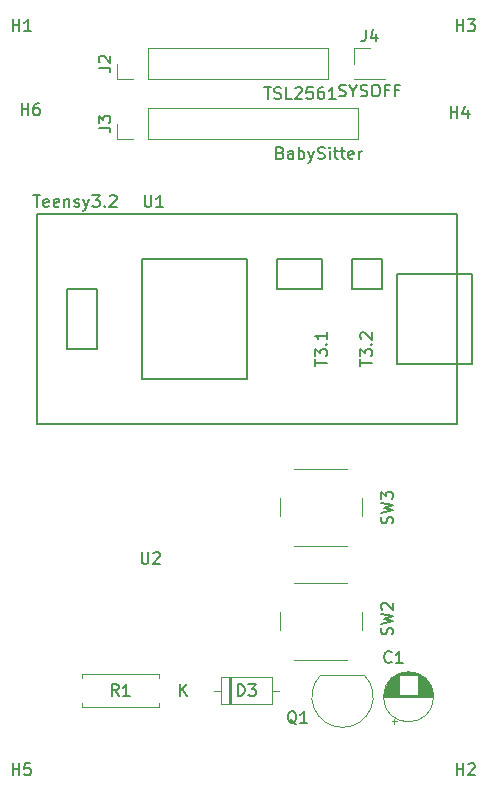
<source format=gbr>
G04 #@! TF.GenerationSoftware,KiCad,Pcbnew,5.0.2-bee76a0~70~ubuntu18.04.1*
G04 #@! TF.CreationDate,2019-01-08T11:52:29+01:00*
G04 #@! TF.ProjectId,lightmeter,6c696768-746d-4657-9465-722e6b696361,rev?*
G04 #@! TF.SameCoordinates,Original*
G04 #@! TF.FileFunction,Legend,Top*
G04 #@! TF.FilePolarity,Positive*
%FSLAX46Y46*%
G04 Gerber Fmt 4.6, Leading zero omitted, Abs format (unit mm)*
G04 Created by KiCad (PCBNEW 5.0.2-bee76a0~70~ubuntu18.04.1) date mar. 08 janv. 2019 11:52:29 CET*
%MOMM*%
%LPD*%
G01*
G04 APERTURE LIST*
%ADD10C,0.120000*%
%ADD11C,0.150000*%
G04 APERTURE END LIST*
D10*
G04 #@! TO.C,C1*
X65620000Y-69104000D02*
G75*
G03X65620000Y-69104000I-2120000J0D01*
G01*
X61420000Y-69104000D02*
X65580000Y-69104000D01*
X61420000Y-69064000D02*
X65580000Y-69064000D01*
X61421000Y-69024000D02*
X65579000Y-69024000D01*
X61423000Y-68984000D02*
X65577000Y-68984000D01*
X61426000Y-68944000D02*
X65574000Y-68944000D01*
X61429000Y-68904000D02*
X62660000Y-68904000D01*
X64340000Y-68904000D02*
X65571000Y-68904000D01*
X61433000Y-68864000D02*
X62660000Y-68864000D01*
X64340000Y-68864000D02*
X65567000Y-68864000D01*
X61438000Y-68824000D02*
X62660000Y-68824000D01*
X64340000Y-68824000D02*
X65562000Y-68824000D01*
X61444000Y-68784000D02*
X62660000Y-68784000D01*
X64340000Y-68784000D02*
X65556000Y-68784000D01*
X61450000Y-68744000D02*
X62660000Y-68744000D01*
X64340000Y-68744000D02*
X65550000Y-68744000D01*
X61458000Y-68704000D02*
X62660000Y-68704000D01*
X64340000Y-68704000D02*
X65542000Y-68704000D01*
X61466000Y-68664000D02*
X62660000Y-68664000D01*
X64340000Y-68664000D02*
X65534000Y-68664000D01*
X61475000Y-68624000D02*
X62660000Y-68624000D01*
X64340000Y-68624000D02*
X65525000Y-68624000D01*
X61484000Y-68584000D02*
X62660000Y-68584000D01*
X64340000Y-68584000D02*
X65516000Y-68584000D01*
X61495000Y-68544000D02*
X62660000Y-68544000D01*
X64340000Y-68544000D02*
X65505000Y-68544000D01*
X61506000Y-68504000D02*
X62660000Y-68504000D01*
X64340000Y-68504000D02*
X65494000Y-68504000D01*
X61518000Y-68464000D02*
X62660000Y-68464000D01*
X64340000Y-68464000D02*
X65482000Y-68464000D01*
X61532000Y-68424000D02*
X62660000Y-68424000D01*
X64340000Y-68424000D02*
X65468000Y-68424000D01*
X61546000Y-68383000D02*
X62660000Y-68383000D01*
X64340000Y-68383000D02*
X65454000Y-68383000D01*
X61560000Y-68343000D02*
X62660000Y-68343000D01*
X64340000Y-68343000D02*
X65440000Y-68343000D01*
X61576000Y-68303000D02*
X62660000Y-68303000D01*
X64340000Y-68303000D02*
X65424000Y-68303000D01*
X61593000Y-68263000D02*
X62660000Y-68263000D01*
X64340000Y-68263000D02*
X65407000Y-68263000D01*
X61611000Y-68223000D02*
X62660000Y-68223000D01*
X64340000Y-68223000D02*
X65389000Y-68223000D01*
X61630000Y-68183000D02*
X62660000Y-68183000D01*
X64340000Y-68183000D02*
X65370000Y-68183000D01*
X61649000Y-68143000D02*
X62660000Y-68143000D01*
X64340000Y-68143000D02*
X65351000Y-68143000D01*
X61670000Y-68103000D02*
X62660000Y-68103000D01*
X64340000Y-68103000D02*
X65330000Y-68103000D01*
X61692000Y-68063000D02*
X62660000Y-68063000D01*
X64340000Y-68063000D02*
X65308000Y-68063000D01*
X61715000Y-68023000D02*
X62660000Y-68023000D01*
X64340000Y-68023000D02*
X65285000Y-68023000D01*
X61740000Y-67983000D02*
X62660000Y-67983000D01*
X64340000Y-67983000D02*
X65260000Y-67983000D01*
X61765000Y-67943000D02*
X62660000Y-67943000D01*
X64340000Y-67943000D02*
X65235000Y-67943000D01*
X61792000Y-67903000D02*
X62660000Y-67903000D01*
X64340000Y-67903000D02*
X65208000Y-67903000D01*
X61820000Y-67863000D02*
X62660000Y-67863000D01*
X64340000Y-67863000D02*
X65180000Y-67863000D01*
X61850000Y-67823000D02*
X62660000Y-67823000D01*
X64340000Y-67823000D02*
X65150000Y-67823000D01*
X61881000Y-67783000D02*
X62660000Y-67783000D01*
X64340000Y-67783000D02*
X65119000Y-67783000D01*
X61913000Y-67743000D02*
X62660000Y-67743000D01*
X64340000Y-67743000D02*
X65087000Y-67743000D01*
X61948000Y-67703000D02*
X62660000Y-67703000D01*
X64340000Y-67703000D02*
X65052000Y-67703000D01*
X61984000Y-67663000D02*
X62660000Y-67663000D01*
X64340000Y-67663000D02*
X65016000Y-67663000D01*
X62022000Y-67623000D02*
X62660000Y-67623000D01*
X64340000Y-67623000D02*
X64978000Y-67623000D01*
X62062000Y-67583000D02*
X62660000Y-67583000D01*
X64340000Y-67583000D02*
X64938000Y-67583000D01*
X62104000Y-67543000D02*
X62660000Y-67543000D01*
X64340000Y-67543000D02*
X64896000Y-67543000D01*
X62149000Y-67503000D02*
X62660000Y-67503000D01*
X64340000Y-67503000D02*
X64851000Y-67503000D01*
X62196000Y-67463000D02*
X62660000Y-67463000D01*
X64340000Y-67463000D02*
X64804000Y-67463000D01*
X62246000Y-67423000D02*
X62660000Y-67423000D01*
X64340000Y-67423000D02*
X64754000Y-67423000D01*
X62300000Y-67383000D02*
X62660000Y-67383000D01*
X64340000Y-67383000D02*
X64700000Y-67383000D01*
X62358000Y-67343000D02*
X62660000Y-67343000D01*
X64340000Y-67343000D02*
X64642000Y-67343000D01*
X62420000Y-67303000D02*
X62660000Y-67303000D01*
X64340000Y-67303000D02*
X64580000Y-67303000D01*
X62487000Y-67263000D02*
X64513000Y-67263000D01*
X62560000Y-67223000D02*
X64440000Y-67223000D01*
X62641000Y-67183000D02*
X64359000Y-67183000D01*
X62732000Y-67143000D02*
X64268000Y-67143000D01*
X62836000Y-67103000D02*
X64164000Y-67103000D01*
X62963000Y-67063000D02*
X64037000Y-67063000D01*
X63130000Y-67023000D02*
X63870000Y-67023000D01*
X62305000Y-71373801D02*
X62305000Y-70973801D01*
X62105000Y-71173801D02*
X62505000Y-71173801D01*
G04 #@! TO.C,D3*
X47664000Y-67460000D02*
X47664000Y-69700000D01*
X47664000Y-69700000D02*
X51904000Y-69700000D01*
X51904000Y-69700000D02*
X51904000Y-67460000D01*
X51904000Y-67460000D02*
X47664000Y-67460000D01*
X47014000Y-68580000D02*
X47664000Y-68580000D01*
X52554000Y-68580000D02*
X51904000Y-68580000D01*
X48384000Y-67460000D02*
X48384000Y-69700000D01*
X48504000Y-67460000D02*
X48504000Y-69700000D01*
X48264000Y-67460000D02*
X48264000Y-69700000D01*
G04 #@! TO.C,J2*
X56702000Y-16824000D02*
X56702000Y-14164000D01*
X41402000Y-16824000D02*
X56702000Y-16824000D01*
X41402000Y-14164000D02*
X56702000Y-14164000D01*
X41402000Y-16824000D02*
X41402000Y-14164000D01*
X40132000Y-16824000D02*
X38802000Y-16824000D01*
X38802000Y-16824000D02*
X38802000Y-15494000D01*
G04 #@! TO.C,J3*
X59242000Y-21904000D02*
X59242000Y-19244000D01*
X41402000Y-21904000D02*
X59242000Y-21904000D01*
X41402000Y-19244000D02*
X59242000Y-19244000D01*
X41402000Y-21904000D02*
X41402000Y-19244000D01*
X40132000Y-21904000D02*
X38802000Y-21904000D01*
X38802000Y-21904000D02*
X38802000Y-20574000D01*
G04 #@! TO.C,J4*
X58868000Y-16824000D02*
X61528000Y-16824000D01*
X58868000Y-16764000D02*
X58868000Y-16824000D01*
X61528000Y-16764000D02*
X61528000Y-16824000D01*
X58868000Y-16764000D02*
X61528000Y-16764000D01*
X58868000Y-15494000D02*
X58868000Y-14164000D01*
X58868000Y-14164000D02*
X60198000Y-14164000D01*
G04 #@! TO.C,Q1*
X59712000Y-67238000D02*
X56112000Y-67238000D01*
X59750478Y-67249522D02*
G75*
G02X57912000Y-71688000I-1838478J-1838478D01*
G01*
X56073522Y-67249522D02*
G75*
G03X57912000Y-71688000I1838478J-1838478D01*
G01*
G04 #@! TO.C,R1*
X42386000Y-69620000D02*
X42386000Y-69950000D01*
X42386000Y-69950000D02*
X35846000Y-69950000D01*
X35846000Y-69950000D02*
X35846000Y-69620000D01*
X42386000Y-67540000D02*
X42386000Y-67210000D01*
X42386000Y-67210000D02*
X35846000Y-67210000D01*
X35846000Y-67210000D02*
X35846000Y-67540000D01*
G04 #@! TO.C,SW2*
X53832000Y-65952000D02*
X58332000Y-65952000D01*
X52582000Y-61952000D02*
X52582000Y-63452000D01*
X58332000Y-59452000D02*
X53832000Y-59452000D01*
X59582000Y-63452000D02*
X59582000Y-61952000D01*
G04 #@! TO.C,SW3*
X59582000Y-53800000D02*
X59582000Y-52300000D01*
X58332000Y-49800000D02*
X53832000Y-49800000D01*
X52582000Y-52300000D02*
X52582000Y-53800000D01*
X53832000Y-56300000D02*
X58332000Y-56300000D01*
D11*
G04 #@! TO.C,U1*
X67564000Y-33274000D02*
X68834000Y-33274000D01*
X68834000Y-33274000D02*
X68834000Y-40894000D01*
X68834000Y-40894000D02*
X67564000Y-40894000D01*
X56134000Y-32004000D02*
X52324000Y-32004000D01*
X52324000Y-32004000D02*
X52324000Y-34544000D01*
X52324000Y-34544000D02*
X56134000Y-34544000D01*
X56134000Y-34544000D02*
X56134000Y-32004000D01*
X62484000Y-33274000D02*
X62484000Y-40894000D01*
X62484000Y-40894000D02*
X67564000Y-40894000D01*
X62484000Y-33274000D02*
X67564000Y-33274000D01*
X61214000Y-32004000D02*
X58674000Y-32004000D01*
X58674000Y-32004000D02*
X58674000Y-34544000D01*
X58674000Y-34544000D02*
X61214000Y-34544000D01*
X61214000Y-34544000D02*
X61214000Y-32004000D01*
X34544000Y-39624000D02*
X34544000Y-34544000D01*
X34544000Y-34544000D02*
X37084000Y-34544000D01*
X37084000Y-34544000D02*
X37084000Y-39624000D01*
X37084000Y-39624000D02*
X34544000Y-39624000D01*
X40894000Y-32004000D02*
X40894000Y-42164000D01*
X49784000Y-42164000D02*
X49784000Y-32004000D01*
X40894000Y-42164000D02*
X49784000Y-42164000D01*
X40894000Y-32004000D02*
X49784000Y-32004000D01*
X67564000Y-45974000D02*
X32004000Y-45974000D01*
X32004000Y-45974000D02*
X32004000Y-28194000D01*
X32004000Y-28194000D02*
X67564000Y-28194000D01*
X67564000Y-28194000D02*
X67564000Y-45974000D01*
G04 #@! TO.C,C1*
X62063333Y-66143142D02*
X62015714Y-66190761D01*
X61872857Y-66238380D01*
X61777619Y-66238380D01*
X61634761Y-66190761D01*
X61539523Y-66095523D01*
X61491904Y-66000285D01*
X61444285Y-65809809D01*
X61444285Y-65666952D01*
X61491904Y-65476476D01*
X61539523Y-65381238D01*
X61634761Y-65286000D01*
X61777619Y-65238380D01*
X61872857Y-65238380D01*
X62015714Y-65286000D01*
X62063333Y-65333619D01*
X63015714Y-66238380D02*
X62444285Y-66238380D01*
X62730000Y-66238380D02*
X62730000Y-65238380D01*
X62634761Y-65381238D01*
X62539523Y-65476476D01*
X62444285Y-65524095D01*
G04 #@! TO.C,D3*
X49045904Y-69032380D02*
X49045904Y-68032380D01*
X49284000Y-68032380D01*
X49426857Y-68080000D01*
X49522095Y-68175238D01*
X49569714Y-68270476D01*
X49617333Y-68460952D01*
X49617333Y-68603809D01*
X49569714Y-68794285D01*
X49522095Y-68889523D01*
X49426857Y-68984761D01*
X49284000Y-69032380D01*
X49045904Y-69032380D01*
X49950666Y-68032380D02*
X50569714Y-68032380D01*
X50236380Y-68413333D01*
X50379238Y-68413333D01*
X50474476Y-68460952D01*
X50522095Y-68508571D01*
X50569714Y-68603809D01*
X50569714Y-68841904D01*
X50522095Y-68937142D01*
X50474476Y-68984761D01*
X50379238Y-69032380D01*
X50093523Y-69032380D01*
X49998285Y-68984761D01*
X49950666Y-68937142D01*
X44188095Y-69032380D02*
X44188095Y-68032380D01*
X44759523Y-69032380D02*
X44330952Y-68460952D01*
X44759523Y-68032380D02*
X44188095Y-68603809D01*
G04 #@! TO.C,J2*
X37254380Y-15827333D02*
X37968666Y-15827333D01*
X38111523Y-15874952D01*
X38206761Y-15970190D01*
X38254380Y-16113047D01*
X38254380Y-16208285D01*
X37349619Y-15398761D02*
X37302000Y-15351142D01*
X37254380Y-15255904D01*
X37254380Y-15017809D01*
X37302000Y-14922571D01*
X37349619Y-14874952D01*
X37444857Y-14827333D01*
X37540095Y-14827333D01*
X37682952Y-14874952D01*
X38254380Y-15446380D01*
X38254380Y-14827333D01*
X51284571Y-17486380D02*
X51856000Y-17486380D01*
X51570285Y-18486380D02*
X51570285Y-17486380D01*
X52141714Y-18438761D02*
X52284571Y-18486380D01*
X52522666Y-18486380D01*
X52617904Y-18438761D01*
X52665523Y-18391142D01*
X52713142Y-18295904D01*
X52713142Y-18200666D01*
X52665523Y-18105428D01*
X52617904Y-18057809D01*
X52522666Y-18010190D01*
X52332190Y-17962571D01*
X52236952Y-17914952D01*
X52189333Y-17867333D01*
X52141714Y-17772095D01*
X52141714Y-17676857D01*
X52189333Y-17581619D01*
X52236952Y-17534000D01*
X52332190Y-17486380D01*
X52570285Y-17486380D01*
X52713142Y-17534000D01*
X53617904Y-18486380D02*
X53141714Y-18486380D01*
X53141714Y-17486380D01*
X53903619Y-17581619D02*
X53951238Y-17534000D01*
X54046476Y-17486380D01*
X54284571Y-17486380D01*
X54379809Y-17534000D01*
X54427428Y-17581619D01*
X54475047Y-17676857D01*
X54475047Y-17772095D01*
X54427428Y-17914952D01*
X53856000Y-18486380D01*
X54475047Y-18486380D01*
X55379809Y-17486380D02*
X54903619Y-17486380D01*
X54856000Y-17962571D01*
X54903619Y-17914952D01*
X54998857Y-17867333D01*
X55236952Y-17867333D01*
X55332190Y-17914952D01*
X55379809Y-17962571D01*
X55427428Y-18057809D01*
X55427428Y-18295904D01*
X55379809Y-18391142D01*
X55332190Y-18438761D01*
X55236952Y-18486380D01*
X54998857Y-18486380D01*
X54903619Y-18438761D01*
X54856000Y-18391142D01*
X56284571Y-17486380D02*
X56094095Y-17486380D01*
X55998857Y-17534000D01*
X55951238Y-17581619D01*
X55856000Y-17724476D01*
X55808380Y-17914952D01*
X55808380Y-18295904D01*
X55856000Y-18391142D01*
X55903619Y-18438761D01*
X55998857Y-18486380D01*
X56189333Y-18486380D01*
X56284571Y-18438761D01*
X56332190Y-18391142D01*
X56379809Y-18295904D01*
X56379809Y-18057809D01*
X56332190Y-17962571D01*
X56284571Y-17914952D01*
X56189333Y-17867333D01*
X55998857Y-17867333D01*
X55903619Y-17914952D01*
X55856000Y-17962571D01*
X55808380Y-18057809D01*
X57332190Y-18486380D02*
X56760761Y-18486380D01*
X57046476Y-18486380D02*
X57046476Y-17486380D01*
X56951238Y-17629238D01*
X56856000Y-17724476D01*
X56760761Y-17772095D01*
G04 #@! TO.C,J3*
X37254380Y-20907333D02*
X37968666Y-20907333D01*
X38111523Y-20954952D01*
X38206761Y-21050190D01*
X38254380Y-21193047D01*
X38254380Y-21288285D01*
X37254380Y-20526380D02*
X37254380Y-19907333D01*
X37635333Y-20240666D01*
X37635333Y-20097809D01*
X37682952Y-20002571D01*
X37730571Y-19954952D01*
X37825809Y-19907333D01*
X38063904Y-19907333D01*
X38159142Y-19954952D01*
X38206761Y-20002571D01*
X38254380Y-20097809D01*
X38254380Y-20383523D01*
X38206761Y-20478761D01*
X38159142Y-20526380D01*
X52641904Y-23042571D02*
X52784761Y-23090190D01*
X52832380Y-23137809D01*
X52880000Y-23233047D01*
X52880000Y-23375904D01*
X52832380Y-23471142D01*
X52784761Y-23518761D01*
X52689523Y-23566380D01*
X52308571Y-23566380D01*
X52308571Y-22566380D01*
X52641904Y-22566380D01*
X52737142Y-22614000D01*
X52784761Y-22661619D01*
X52832380Y-22756857D01*
X52832380Y-22852095D01*
X52784761Y-22947333D01*
X52737142Y-22994952D01*
X52641904Y-23042571D01*
X52308571Y-23042571D01*
X53737142Y-23566380D02*
X53737142Y-23042571D01*
X53689523Y-22947333D01*
X53594285Y-22899714D01*
X53403809Y-22899714D01*
X53308571Y-22947333D01*
X53737142Y-23518761D02*
X53641904Y-23566380D01*
X53403809Y-23566380D01*
X53308571Y-23518761D01*
X53260952Y-23423523D01*
X53260952Y-23328285D01*
X53308571Y-23233047D01*
X53403809Y-23185428D01*
X53641904Y-23185428D01*
X53737142Y-23137809D01*
X54213333Y-23566380D02*
X54213333Y-22566380D01*
X54213333Y-22947333D02*
X54308571Y-22899714D01*
X54499047Y-22899714D01*
X54594285Y-22947333D01*
X54641904Y-22994952D01*
X54689523Y-23090190D01*
X54689523Y-23375904D01*
X54641904Y-23471142D01*
X54594285Y-23518761D01*
X54499047Y-23566380D01*
X54308571Y-23566380D01*
X54213333Y-23518761D01*
X55022857Y-22899714D02*
X55260952Y-23566380D01*
X55499047Y-22899714D02*
X55260952Y-23566380D01*
X55165714Y-23804476D01*
X55118095Y-23852095D01*
X55022857Y-23899714D01*
X55832380Y-23518761D02*
X55975238Y-23566380D01*
X56213333Y-23566380D01*
X56308571Y-23518761D01*
X56356190Y-23471142D01*
X56403809Y-23375904D01*
X56403809Y-23280666D01*
X56356190Y-23185428D01*
X56308571Y-23137809D01*
X56213333Y-23090190D01*
X56022857Y-23042571D01*
X55927619Y-22994952D01*
X55880000Y-22947333D01*
X55832380Y-22852095D01*
X55832380Y-22756857D01*
X55880000Y-22661619D01*
X55927619Y-22614000D01*
X56022857Y-22566380D01*
X56260952Y-22566380D01*
X56403809Y-22614000D01*
X56832380Y-23566380D02*
X56832380Y-22899714D01*
X56832380Y-22566380D02*
X56784761Y-22614000D01*
X56832380Y-22661619D01*
X56880000Y-22614000D01*
X56832380Y-22566380D01*
X56832380Y-22661619D01*
X57165714Y-22899714D02*
X57546666Y-22899714D01*
X57308571Y-22566380D02*
X57308571Y-23423523D01*
X57356190Y-23518761D01*
X57451428Y-23566380D01*
X57546666Y-23566380D01*
X57737142Y-22899714D02*
X58118095Y-22899714D01*
X57880000Y-22566380D02*
X57880000Y-23423523D01*
X57927619Y-23518761D01*
X58022857Y-23566380D01*
X58118095Y-23566380D01*
X58832380Y-23518761D02*
X58737142Y-23566380D01*
X58546666Y-23566380D01*
X58451428Y-23518761D01*
X58403809Y-23423523D01*
X58403809Y-23042571D01*
X58451428Y-22947333D01*
X58546666Y-22899714D01*
X58737142Y-22899714D01*
X58832380Y-22947333D01*
X58880000Y-23042571D01*
X58880000Y-23137809D01*
X58403809Y-23233047D01*
X59308571Y-23566380D02*
X59308571Y-22899714D01*
X59308571Y-23090190D02*
X59356190Y-22994952D01*
X59403809Y-22947333D01*
X59499047Y-22899714D01*
X59594285Y-22899714D01*
G04 #@! TO.C,J4*
X59864666Y-12616380D02*
X59864666Y-13330666D01*
X59817047Y-13473523D01*
X59721809Y-13568761D01*
X59578952Y-13616380D01*
X59483714Y-13616380D01*
X60769428Y-12949714D02*
X60769428Y-13616380D01*
X60531333Y-12568761D02*
X60293238Y-13283047D01*
X60912285Y-13283047D01*
X57626571Y-18228761D02*
X57769428Y-18276380D01*
X58007523Y-18276380D01*
X58102761Y-18228761D01*
X58150380Y-18181142D01*
X58198000Y-18085904D01*
X58198000Y-17990666D01*
X58150380Y-17895428D01*
X58102761Y-17847809D01*
X58007523Y-17800190D01*
X57817047Y-17752571D01*
X57721809Y-17704952D01*
X57674190Y-17657333D01*
X57626571Y-17562095D01*
X57626571Y-17466857D01*
X57674190Y-17371619D01*
X57721809Y-17324000D01*
X57817047Y-17276380D01*
X58055142Y-17276380D01*
X58198000Y-17324000D01*
X58817047Y-17800190D02*
X58817047Y-18276380D01*
X58483714Y-17276380D02*
X58817047Y-17800190D01*
X59150380Y-17276380D01*
X59436095Y-18228761D02*
X59578952Y-18276380D01*
X59817047Y-18276380D01*
X59912285Y-18228761D01*
X59959904Y-18181142D01*
X60007523Y-18085904D01*
X60007523Y-17990666D01*
X59959904Y-17895428D01*
X59912285Y-17847809D01*
X59817047Y-17800190D01*
X59626571Y-17752571D01*
X59531333Y-17704952D01*
X59483714Y-17657333D01*
X59436095Y-17562095D01*
X59436095Y-17466857D01*
X59483714Y-17371619D01*
X59531333Y-17324000D01*
X59626571Y-17276380D01*
X59864666Y-17276380D01*
X60007523Y-17324000D01*
X60626571Y-17276380D02*
X60817047Y-17276380D01*
X60912285Y-17324000D01*
X61007523Y-17419238D01*
X61055142Y-17609714D01*
X61055142Y-17943047D01*
X61007523Y-18133523D01*
X60912285Y-18228761D01*
X60817047Y-18276380D01*
X60626571Y-18276380D01*
X60531333Y-18228761D01*
X60436095Y-18133523D01*
X60388476Y-17943047D01*
X60388476Y-17609714D01*
X60436095Y-17419238D01*
X60531333Y-17324000D01*
X60626571Y-17276380D01*
X61817047Y-17752571D02*
X61483714Y-17752571D01*
X61483714Y-18276380D02*
X61483714Y-17276380D01*
X61959904Y-17276380D01*
X62674190Y-17752571D02*
X62340857Y-17752571D01*
X62340857Y-18276380D02*
X62340857Y-17276380D01*
X62817047Y-17276380D01*
G04 #@! TO.C,Q1*
X54006761Y-71413619D02*
X53911523Y-71366000D01*
X53816285Y-71270761D01*
X53673428Y-71127904D01*
X53578190Y-71080285D01*
X53482952Y-71080285D01*
X53530571Y-71318380D02*
X53435333Y-71270761D01*
X53340095Y-71175523D01*
X53292476Y-70985047D01*
X53292476Y-70651714D01*
X53340095Y-70461238D01*
X53435333Y-70366000D01*
X53530571Y-70318380D01*
X53721047Y-70318380D01*
X53816285Y-70366000D01*
X53911523Y-70461238D01*
X53959142Y-70651714D01*
X53959142Y-70985047D01*
X53911523Y-71175523D01*
X53816285Y-71270761D01*
X53721047Y-71318380D01*
X53530571Y-71318380D01*
X54911523Y-71318380D02*
X54340095Y-71318380D01*
X54625809Y-71318380D02*
X54625809Y-70318380D01*
X54530571Y-70461238D01*
X54435333Y-70556476D01*
X54340095Y-70604095D01*
G04 #@! TO.C,R1*
X38949333Y-69032380D02*
X38616000Y-68556190D01*
X38377904Y-69032380D02*
X38377904Y-68032380D01*
X38758857Y-68032380D01*
X38854095Y-68080000D01*
X38901714Y-68127619D01*
X38949333Y-68222857D01*
X38949333Y-68365714D01*
X38901714Y-68460952D01*
X38854095Y-68508571D01*
X38758857Y-68556190D01*
X38377904Y-68556190D01*
X39901714Y-69032380D02*
X39330285Y-69032380D01*
X39616000Y-69032380D02*
X39616000Y-68032380D01*
X39520761Y-68175238D01*
X39425523Y-68270476D01*
X39330285Y-68318095D01*
G04 #@! TO.C,SW2*
X62126761Y-63817333D02*
X62174380Y-63674476D01*
X62174380Y-63436380D01*
X62126761Y-63341142D01*
X62079142Y-63293523D01*
X61983904Y-63245904D01*
X61888666Y-63245904D01*
X61793428Y-63293523D01*
X61745809Y-63341142D01*
X61698190Y-63436380D01*
X61650571Y-63626857D01*
X61602952Y-63722095D01*
X61555333Y-63769714D01*
X61460095Y-63817333D01*
X61364857Y-63817333D01*
X61269619Y-63769714D01*
X61222000Y-63722095D01*
X61174380Y-63626857D01*
X61174380Y-63388761D01*
X61222000Y-63245904D01*
X61174380Y-62912571D02*
X62174380Y-62674476D01*
X61460095Y-62484000D01*
X62174380Y-62293523D01*
X61174380Y-62055428D01*
X61269619Y-61722095D02*
X61222000Y-61674476D01*
X61174380Y-61579238D01*
X61174380Y-61341142D01*
X61222000Y-61245904D01*
X61269619Y-61198285D01*
X61364857Y-61150666D01*
X61460095Y-61150666D01*
X61602952Y-61198285D01*
X62174380Y-61769714D01*
X62174380Y-61150666D01*
G04 #@! TO.C,SW3*
X62126761Y-54419333D02*
X62174380Y-54276476D01*
X62174380Y-54038380D01*
X62126761Y-53943142D01*
X62079142Y-53895523D01*
X61983904Y-53847904D01*
X61888666Y-53847904D01*
X61793428Y-53895523D01*
X61745809Y-53943142D01*
X61698190Y-54038380D01*
X61650571Y-54228857D01*
X61602952Y-54324095D01*
X61555333Y-54371714D01*
X61460095Y-54419333D01*
X61364857Y-54419333D01*
X61269619Y-54371714D01*
X61222000Y-54324095D01*
X61174380Y-54228857D01*
X61174380Y-53990761D01*
X61222000Y-53847904D01*
X61174380Y-53514571D02*
X62174380Y-53276476D01*
X61460095Y-53086000D01*
X62174380Y-52895523D01*
X61174380Y-52657428D01*
X61174380Y-52371714D02*
X61174380Y-51752666D01*
X61555333Y-52086000D01*
X61555333Y-51943142D01*
X61602952Y-51847904D01*
X61650571Y-51800285D01*
X61745809Y-51752666D01*
X61983904Y-51752666D01*
X62079142Y-51800285D01*
X62126761Y-51847904D01*
X62174380Y-51943142D01*
X62174380Y-52228857D01*
X62126761Y-52324095D01*
X62079142Y-52371714D01*
G04 #@! TO.C,U1*
X41148095Y-26630380D02*
X41148095Y-27439904D01*
X41195714Y-27535142D01*
X41243333Y-27582761D01*
X41338571Y-27630380D01*
X41529047Y-27630380D01*
X41624285Y-27582761D01*
X41671904Y-27535142D01*
X41719523Y-27439904D01*
X41719523Y-26630380D01*
X42719523Y-27630380D02*
X42148095Y-27630380D01*
X42433809Y-27630380D02*
X42433809Y-26630380D01*
X42338571Y-26773238D01*
X42243333Y-26868476D01*
X42148095Y-26916095D01*
X31734571Y-26630380D02*
X32306000Y-26630380D01*
X32020285Y-27630380D02*
X32020285Y-26630380D01*
X33020285Y-27582761D02*
X32925047Y-27630380D01*
X32734571Y-27630380D01*
X32639333Y-27582761D01*
X32591714Y-27487523D01*
X32591714Y-27106571D01*
X32639333Y-27011333D01*
X32734571Y-26963714D01*
X32925047Y-26963714D01*
X33020285Y-27011333D01*
X33067904Y-27106571D01*
X33067904Y-27201809D01*
X32591714Y-27297047D01*
X33877428Y-27582761D02*
X33782190Y-27630380D01*
X33591714Y-27630380D01*
X33496476Y-27582761D01*
X33448857Y-27487523D01*
X33448857Y-27106571D01*
X33496476Y-27011333D01*
X33591714Y-26963714D01*
X33782190Y-26963714D01*
X33877428Y-27011333D01*
X33925047Y-27106571D01*
X33925047Y-27201809D01*
X33448857Y-27297047D01*
X34353619Y-26963714D02*
X34353619Y-27630380D01*
X34353619Y-27058952D02*
X34401238Y-27011333D01*
X34496476Y-26963714D01*
X34639333Y-26963714D01*
X34734571Y-27011333D01*
X34782190Y-27106571D01*
X34782190Y-27630380D01*
X35210761Y-27582761D02*
X35306000Y-27630380D01*
X35496476Y-27630380D01*
X35591714Y-27582761D01*
X35639333Y-27487523D01*
X35639333Y-27439904D01*
X35591714Y-27344666D01*
X35496476Y-27297047D01*
X35353619Y-27297047D01*
X35258380Y-27249428D01*
X35210761Y-27154190D01*
X35210761Y-27106571D01*
X35258380Y-27011333D01*
X35353619Y-26963714D01*
X35496476Y-26963714D01*
X35591714Y-27011333D01*
X35972666Y-26963714D02*
X36210761Y-27630380D01*
X36448857Y-26963714D02*
X36210761Y-27630380D01*
X36115523Y-27868476D01*
X36067904Y-27916095D01*
X35972666Y-27963714D01*
X36734571Y-26630380D02*
X37353619Y-26630380D01*
X37020285Y-27011333D01*
X37163142Y-27011333D01*
X37258380Y-27058952D01*
X37306000Y-27106571D01*
X37353619Y-27201809D01*
X37353619Y-27439904D01*
X37306000Y-27535142D01*
X37258380Y-27582761D01*
X37163142Y-27630380D01*
X36877428Y-27630380D01*
X36782190Y-27582761D01*
X36734571Y-27535142D01*
X37782190Y-27535142D02*
X37829809Y-27582761D01*
X37782190Y-27630380D01*
X37734571Y-27582761D01*
X37782190Y-27535142D01*
X37782190Y-27630380D01*
X38210761Y-26725619D02*
X38258380Y-26678000D01*
X38353619Y-26630380D01*
X38591714Y-26630380D01*
X38686952Y-26678000D01*
X38734571Y-26725619D01*
X38782190Y-26820857D01*
X38782190Y-26916095D01*
X38734571Y-27058952D01*
X38163142Y-27630380D01*
X38782190Y-27630380D01*
X59396380Y-41100190D02*
X59396380Y-40528761D01*
X60396380Y-40814476D02*
X59396380Y-40814476D01*
X59396380Y-40290666D02*
X59396380Y-39671619D01*
X59777333Y-40004952D01*
X59777333Y-39862095D01*
X59824952Y-39766857D01*
X59872571Y-39719238D01*
X59967809Y-39671619D01*
X60205904Y-39671619D01*
X60301142Y-39719238D01*
X60348761Y-39766857D01*
X60396380Y-39862095D01*
X60396380Y-40147809D01*
X60348761Y-40243047D01*
X60301142Y-40290666D01*
X60301142Y-39243047D02*
X60348761Y-39195428D01*
X60396380Y-39243047D01*
X60348761Y-39290666D01*
X60301142Y-39243047D01*
X60396380Y-39243047D01*
X59491619Y-38814476D02*
X59444000Y-38766857D01*
X59396380Y-38671619D01*
X59396380Y-38433523D01*
X59444000Y-38338285D01*
X59491619Y-38290666D01*
X59586857Y-38243047D01*
X59682095Y-38243047D01*
X59824952Y-38290666D01*
X60396380Y-38862095D01*
X60396380Y-38243047D01*
X55586380Y-41100190D02*
X55586380Y-40528761D01*
X56586380Y-40814476D02*
X55586380Y-40814476D01*
X55586380Y-40290666D02*
X55586380Y-39671619D01*
X55967333Y-40004952D01*
X55967333Y-39862095D01*
X56014952Y-39766857D01*
X56062571Y-39719238D01*
X56157809Y-39671619D01*
X56395904Y-39671619D01*
X56491142Y-39719238D01*
X56538761Y-39766857D01*
X56586380Y-39862095D01*
X56586380Y-40147809D01*
X56538761Y-40243047D01*
X56491142Y-40290666D01*
X56491142Y-39243047D02*
X56538761Y-39195428D01*
X56586380Y-39243047D01*
X56538761Y-39290666D01*
X56491142Y-39243047D01*
X56586380Y-39243047D01*
X56586380Y-38243047D02*
X56586380Y-38814476D01*
X56586380Y-38528761D02*
X55586380Y-38528761D01*
X55729238Y-38624000D01*
X55824476Y-38719238D01*
X55872095Y-38814476D01*
G04 #@! TO.C,U2*
X40894095Y-56856380D02*
X40894095Y-57665904D01*
X40941714Y-57761142D01*
X40989333Y-57808761D01*
X41084571Y-57856380D01*
X41275047Y-57856380D01*
X41370285Y-57808761D01*
X41417904Y-57761142D01*
X41465523Y-57665904D01*
X41465523Y-56856380D01*
X41894095Y-56951619D02*
X41941714Y-56904000D01*
X42036952Y-56856380D01*
X42275047Y-56856380D01*
X42370285Y-56904000D01*
X42417904Y-56951619D01*
X42465523Y-57046857D01*
X42465523Y-57142095D01*
X42417904Y-57284952D01*
X41846476Y-57856380D01*
X42465523Y-57856380D01*
G04 #@! TO.C,H1*
X29972095Y-12746380D02*
X29972095Y-11746380D01*
X29972095Y-12222571D02*
X30543523Y-12222571D01*
X30543523Y-12746380D02*
X30543523Y-11746380D01*
X31543523Y-12746380D02*
X30972095Y-12746380D01*
X31257809Y-12746380D02*
X31257809Y-11746380D01*
X31162571Y-11889238D01*
X31067333Y-11984476D01*
X30972095Y-12032095D01*
G04 #@! TO.C,H2*
X67564095Y-75738380D02*
X67564095Y-74738380D01*
X67564095Y-75214571D02*
X68135523Y-75214571D01*
X68135523Y-75738380D02*
X68135523Y-74738380D01*
X68564095Y-74833619D02*
X68611714Y-74786000D01*
X68706952Y-74738380D01*
X68945047Y-74738380D01*
X69040285Y-74786000D01*
X69087904Y-74833619D01*
X69135523Y-74928857D01*
X69135523Y-75024095D01*
X69087904Y-75166952D01*
X68516476Y-75738380D01*
X69135523Y-75738380D01*
G04 #@! TO.C,H3*
X67564095Y-12746380D02*
X67564095Y-11746380D01*
X67564095Y-12222571D02*
X68135523Y-12222571D01*
X68135523Y-12746380D02*
X68135523Y-11746380D01*
X68516476Y-11746380D02*
X69135523Y-11746380D01*
X68802190Y-12127333D01*
X68945047Y-12127333D01*
X69040285Y-12174952D01*
X69087904Y-12222571D01*
X69135523Y-12317809D01*
X69135523Y-12555904D01*
X69087904Y-12651142D01*
X69040285Y-12698761D01*
X68945047Y-12746380D01*
X68659333Y-12746380D01*
X68564095Y-12698761D01*
X68516476Y-12651142D01*
G04 #@! TO.C,H4*
X67056095Y-20112380D02*
X67056095Y-19112380D01*
X67056095Y-19588571D02*
X67627523Y-19588571D01*
X67627523Y-20112380D02*
X67627523Y-19112380D01*
X68532285Y-19445714D02*
X68532285Y-20112380D01*
X68294190Y-19064761D02*
X68056095Y-19779047D01*
X68675142Y-19779047D01*
G04 #@! TO.C,H5*
X29972095Y-75738380D02*
X29972095Y-74738380D01*
X29972095Y-75214571D02*
X30543523Y-75214571D01*
X30543523Y-75738380D02*
X30543523Y-74738380D01*
X31495904Y-74738380D02*
X31019714Y-74738380D01*
X30972095Y-75214571D01*
X31019714Y-75166952D01*
X31114952Y-75119333D01*
X31353047Y-75119333D01*
X31448285Y-75166952D01*
X31495904Y-75214571D01*
X31543523Y-75309809D01*
X31543523Y-75547904D01*
X31495904Y-75643142D01*
X31448285Y-75690761D01*
X31353047Y-75738380D01*
X31114952Y-75738380D01*
X31019714Y-75690761D01*
X30972095Y-75643142D01*
G04 #@! TO.C,H6*
X30734095Y-19858380D02*
X30734095Y-18858380D01*
X30734095Y-19334571D02*
X31305523Y-19334571D01*
X31305523Y-19858380D02*
X31305523Y-18858380D01*
X32210285Y-18858380D02*
X32019809Y-18858380D01*
X31924571Y-18906000D01*
X31876952Y-18953619D01*
X31781714Y-19096476D01*
X31734095Y-19286952D01*
X31734095Y-19667904D01*
X31781714Y-19763142D01*
X31829333Y-19810761D01*
X31924571Y-19858380D01*
X32115047Y-19858380D01*
X32210285Y-19810761D01*
X32257904Y-19763142D01*
X32305523Y-19667904D01*
X32305523Y-19429809D01*
X32257904Y-19334571D01*
X32210285Y-19286952D01*
X32115047Y-19239333D01*
X31924571Y-19239333D01*
X31829333Y-19286952D01*
X31781714Y-19334571D01*
X31734095Y-19429809D01*
G04 #@! TD*
M02*

</source>
